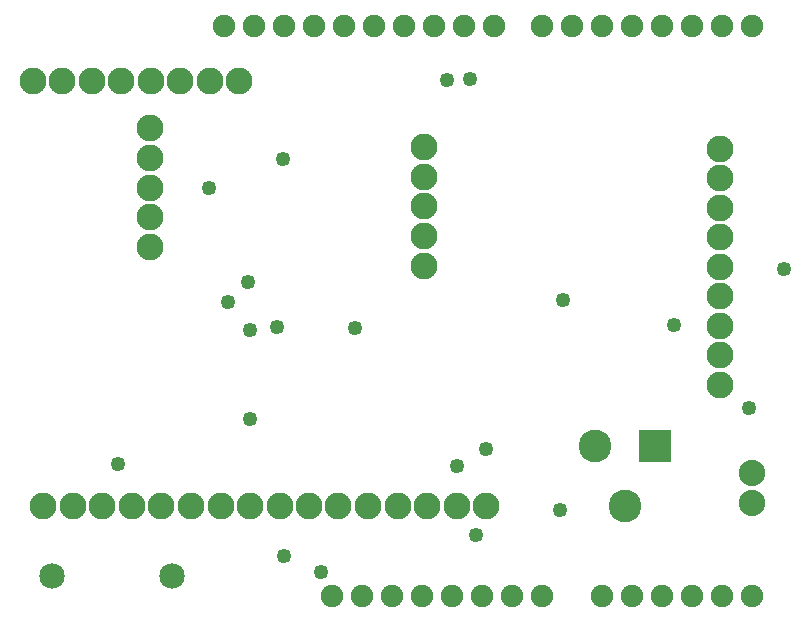
<source format=gts>
G04 MADE WITH FRITZING*
G04 WWW.FRITZING.ORG*
G04 DOUBLE SIDED*
G04 HOLES PLATED*
G04 CONTOUR ON CENTER OF CONTOUR VECTOR*
%ASAXBY*%
%FSLAX23Y23*%
%MOIN*%
%OFA0B0*%
%SFA1.0B1.0*%
%ADD10C,0.109000*%
%ADD11C,0.085000*%
%ADD12C,0.089370*%
%ADD13C,0.088000*%
%ADD14C,0.075278*%
%ADD15C,0.049370*%
%ADD16R,0.109000X0.109000*%
%LNMASK1*%
G90*
G70*
G54D10*
X1979Y599D03*
X2179Y599D03*
X2079Y399D03*
G54D11*
X568Y166D03*
X168Y166D03*
G54D12*
X494Y1658D03*
X494Y1559D03*
X494Y1461D03*
X494Y1362D03*
X494Y1264D03*
X1616Y398D03*
X1517Y398D03*
X1419Y398D03*
X1320Y398D03*
X1222Y398D03*
X1123Y398D03*
X1025Y398D03*
X927Y398D03*
X828Y398D03*
X730Y398D03*
X631Y398D03*
X533Y398D03*
X435Y398D03*
X336Y398D03*
X238Y398D03*
X139Y398D03*
X793Y1815D03*
X694Y1815D03*
X596Y1815D03*
X498Y1815D03*
X399Y1815D03*
X301Y1815D03*
X202Y1815D03*
X104Y1815D03*
G54D13*
X2501Y508D03*
X2501Y410D03*
G54D12*
X2395Y1591D03*
X2395Y1492D03*
X2395Y1394D03*
X2395Y1296D03*
X2395Y1197D03*
X2395Y1099D03*
X2395Y1000D03*
X2395Y902D03*
X2395Y803D03*
X1407Y1201D03*
X1407Y1299D03*
X1407Y1398D03*
X1407Y1496D03*
X1407Y1595D03*
G54D14*
X2103Y100D03*
X2203Y100D03*
X2303Y100D03*
X2403Y100D03*
X2503Y100D03*
X1643Y2000D03*
X1543Y2000D03*
X1443Y2000D03*
X1343Y2000D03*
X1243Y2000D03*
X1143Y2000D03*
X1043Y2000D03*
X943Y2000D03*
X843Y2000D03*
X743Y2000D03*
X2503Y2000D03*
X2403Y2000D03*
X2303Y2000D03*
X2203Y2000D03*
X2103Y2000D03*
X2003Y2000D03*
X1903Y2000D03*
X1803Y2000D03*
X1203Y100D03*
X1103Y100D03*
X1303Y100D03*
X1403Y100D03*
X1503Y100D03*
X1603Y100D03*
X1703Y100D03*
X1803Y100D03*
X2003Y100D03*
G54D15*
X1064Y181D03*
X1580Y303D03*
X2242Y1004D03*
X2490Y725D03*
X2608Y1189D03*
X1560Y1823D03*
X942Y233D03*
X1872Y1087D03*
X1517Y532D03*
X828Y985D03*
X387Y540D03*
X828Y689D03*
X756Y1081D03*
X690Y1461D03*
X938Y1555D03*
X919Y996D03*
X1179Y992D03*
X1860Y386D03*
X820Y1146D03*
X1616Y591D03*
X1486Y1819D03*
G54D16*
X2179Y599D03*
G04 End of Mask1*
M02*
</source>
